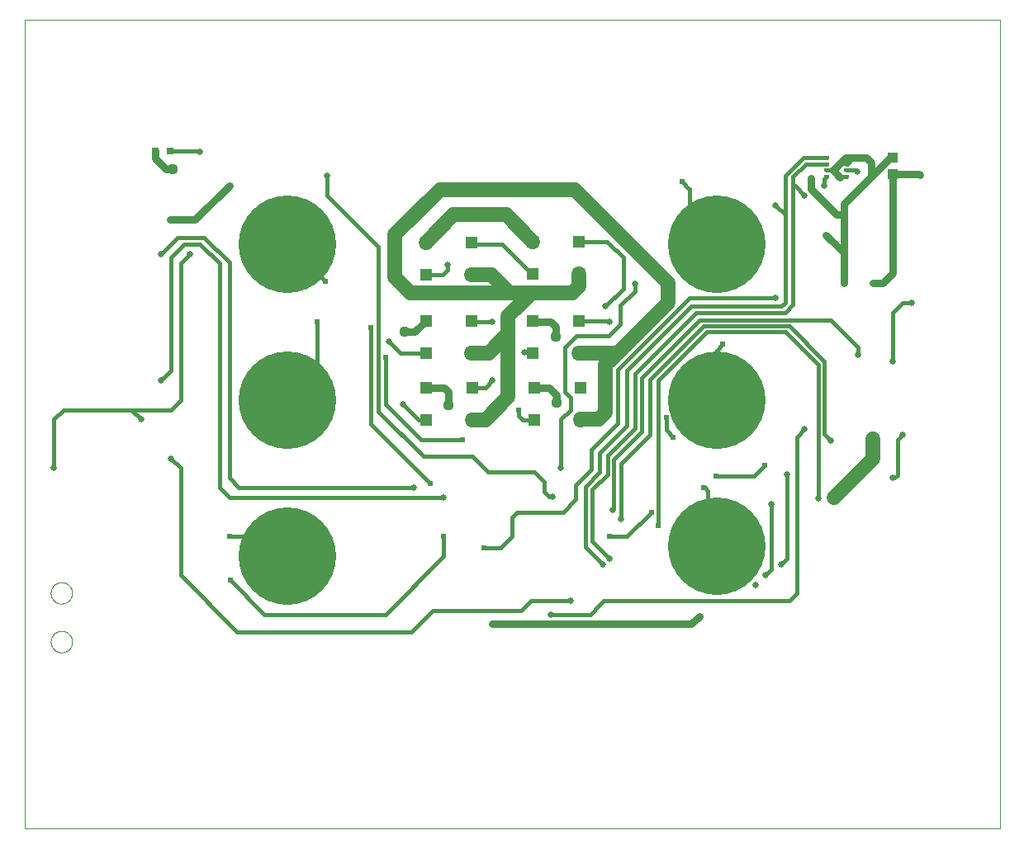
<source format=gtl>
G75*
%MOIN*%
%OFA0B0*%
%FSLAX25Y25*%
%IPPOS*%
%LPD*%
%AMOC8*
5,1,8,0,0,1.08239X$1,22.5*
%
%ADD10C,0.00000*%
%ADD11R,0.05118X0.04724*%
%ADD12R,0.03150X0.03150*%
%ADD13R,0.01969X0.01378*%
%ADD14R,0.03937X0.04331*%
%ADD15C,0.39370*%
%ADD16C,0.01575*%
%ADD17C,0.02578*%
%ADD18C,0.02953*%
%ADD19C,0.05906*%
%ADD20C,0.04429*%
%ADD21C,0.02400*%
%ADD22C,0.03169*%
D10*
X0009166Y0005337D02*
X0009166Y0332109D01*
X0402866Y0332109D01*
X0402866Y0005337D01*
X0009166Y0005337D01*
X0019795Y0080928D02*
X0019797Y0081059D01*
X0019803Y0081191D01*
X0019813Y0081322D01*
X0019827Y0081453D01*
X0019845Y0081583D01*
X0019867Y0081712D01*
X0019892Y0081841D01*
X0019922Y0081969D01*
X0019956Y0082096D01*
X0019993Y0082223D01*
X0020034Y0082347D01*
X0020079Y0082471D01*
X0020128Y0082593D01*
X0020180Y0082714D01*
X0020236Y0082832D01*
X0020296Y0082950D01*
X0020359Y0083065D01*
X0020426Y0083178D01*
X0020496Y0083290D01*
X0020569Y0083399D01*
X0020645Y0083505D01*
X0020725Y0083610D01*
X0020808Y0083712D01*
X0020894Y0083811D01*
X0020983Y0083908D01*
X0021075Y0084002D01*
X0021170Y0084093D01*
X0021267Y0084182D01*
X0021367Y0084267D01*
X0021470Y0084349D01*
X0021575Y0084428D01*
X0021682Y0084504D01*
X0021792Y0084576D01*
X0021904Y0084645D01*
X0022018Y0084711D01*
X0022133Y0084773D01*
X0022251Y0084832D01*
X0022370Y0084887D01*
X0022491Y0084939D01*
X0022614Y0084986D01*
X0022738Y0085030D01*
X0022863Y0085071D01*
X0022989Y0085107D01*
X0023117Y0085140D01*
X0023245Y0085168D01*
X0023374Y0085193D01*
X0023504Y0085214D01*
X0023634Y0085231D01*
X0023765Y0085244D01*
X0023896Y0085253D01*
X0024027Y0085258D01*
X0024159Y0085259D01*
X0024290Y0085256D01*
X0024422Y0085249D01*
X0024553Y0085238D01*
X0024683Y0085223D01*
X0024813Y0085204D01*
X0024943Y0085181D01*
X0025071Y0085155D01*
X0025199Y0085124D01*
X0025326Y0085089D01*
X0025452Y0085051D01*
X0025576Y0085009D01*
X0025700Y0084963D01*
X0025821Y0084913D01*
X0025941Y0084860D01*
X0026060Y0084803D01*
X0026177Y0084743D01*
X0026291Y0084679D01*
X0026404Y0084611D01*
X0026515Y0084540D01*
X0026624Y0084466D01*
X0026730Y0084389D01*
X0026834Y0084308D01*
X0026935Y0084225D01*
X0027034Y0084138D01*
X0027130Y0084048D01*
X0027223Y0083955D01*
X0027314Y0083860D01*
X0027401Y0083762D01*
X0027486Y0083661D01*
X0027567Y0083558D01*
X0027645Y0083452D01*
X0027720Y0083344D01*
X0027792Y0083234D01*
X0027860Y0083122D01*
X0027925Y0083008D01*
X0027986Y0082891D01*
X0028044Y0082773D01*
X0028098Y0082653D01*
X0028149Y0082532D01*
X0028196Y0082409D01*
X0028239Y0082285D01*
X0028278Y0082160D01*
X0028314Y0082033D01*
X0028345Y0081905D01*
X0028373Y0081777D01*
X0028397Y0081648D01*
X0028417Y0081518D01*
X0028433Y0081387D01*
X0028445Y0081256D01*
X0028453Y0081125D01*
X0028457Y0080994D01*
X0028457Y0080862D01*
X0028453Y0080731D01*
X0028445Y0080600D01*
X0028433Y0080469D01*
X0028417Y0080338D01*
X0028397Y0080208D01*
X0028373Y0080079D01*
X0028345Y0079951D01*
X0028314Y0079823D01*
X0028278Y0079696D01*
X0028239Y0079571D01*
X0028196Y0079447D01*
X0028149Y0079324D01*
X0028098Y0079203D01*
X0028044Y0079083D01*
X0027986Y0078965D01*
X0027925Y0078848D01*
X0027860Y0078734D01*
X0027792Y0078622D01*
X0027720Y0078512D01*
X0027645Y0078404D01*
X0027567Y0078298D01*
X0027486Y0078195D01*
X0027401Y0078094D01*
X0027314Y0077996D01*
X0027223Y0077901D01*
X0027130Y0077808D01*
X0027034Y0077718D01*
X0026935Y0077631D01*
X0026834Y0077548D01*
X0026730Y0077467D01*
X0026624Y0077390D01*
X0026515Y0077316D01*
X0026404Y0077245D01*
X0026292Y0077177D01*
X0026177Y0077113D01*
X0026060Y0077053D01*
X0025941Y0076996D01*
X0025821Y0076943D01*
X0025700Y0076893D01*
X0025576Y0076847D01*
X0025452Y0076805D01*
X0025326Y0076767D01*
X0025199Y0076732D01*
X0025071Y0076701D01*
X0024943Y0076675D01*
X0024813Y0076652D01*
X0024683Y0076633D01*
X0024553Y0076618D01*
X0024422Y0076607D01*
X0024290Y0076600D01*
X0024159Y0076597D01*
X0024027Y0076598D01*
X0023896Y0076603D01*
X0023765Y0076612D01*
X0023634Y0076625D01*
X0023504Y0076642D01*
X0023374Y0076663D01*
X0023245Y0076688D01*
X0023117Y0076716D01*
X0022989Y0076749D01*
X0022863Y0076785D01*
X0022738Y0076826D01*
X0022614Y0076870D01*
X0022491Y0076917D01*
X0022370Y0076969D01*
X0022251Y0077024D01*
X0022133Y0077083D01*
X0022018Y0077145D01*
X0021904Y0077211D01*
X0021792Y0077280D01*
X0021682Y0077352D01*
X0021575Y0077428D01*
X0021470Y0077507D01*
X0021367Y0077589D01*
X0021267Y0077674D01*
X0021170Y0077763D01*
X0021075Y0077854D01*
X0020983Y0077948D01*
X0020894Y0078045D01*
X0020808Y0078144D01*
X0020725Y0078246D01*
X0020645Y0078351D01*
X0020569Y0078457D01*
X0020496Y0078566D01*
X0020426Y0078678D01*
X0020359Y0078791D01*
X0020296Y0078906D01*
X0020236Y0079024D01*
X0020180Y0079142D01*
X0020128Y0079263D01*
X0020079Y0079385D01*
X0020034Y0079509D01*
X0019993Y0079633D01*
X0019956Y0079760D01*
X0019922Y0079887D01*
X0019892Y0080015D01*
X0019867Y0080144D01*
X0019845Y0080273D01*
X0019827Y0080403D01*
X0019813Y0080534D01*
X0019803Y0080665D01*
X0019797Y0080797D01*
X0019795Y0080928D01*
X0019795Y0100613D02*
X0019797Y0100744D01*
X0019803Y0100876D01*
X0019813Y0101007D01*
X0019827Y0101138D01*
X0019845Y0101268D01*
X0019867Y0101397D01*
X0019892Y0101526D01*
X0019922Y0101654D01*
X0019956Y0101781D01*
X0019993Y0101908D01*
X0020034Y0102032D01*
X0020079Y0102156D01*
X0020128Y0102278D01*
X0020180Y0102399D01*
X0020236Y0102517D01*
X0020296Y0102635D01*
X0020359Y0102750D01*
X0020426Y0102863D01*
X0020496Y0102975D01*
X0020569Y0103084D01*
X0020645Y0103190D01*
X0020725Y0103295D01*
X0020808Y0103397D01*
X0020894Y0103496D01*
X0020983Y0103593D01*
X0021075Y0103687D01*
X0021170Y0103778D01*
X0021267Y0103867D01*
X0021367Y0103952D01*
X0021470Y0104034D01*
X0021575Y0104113D01*
X0021682Y0104189D01*
X0021792Y0104261D01*
X0021904Y0104330D01*
X0022018Y0104396D01*
X0022133Y0104458D01*
X0022251Y0104517D01*
X0022370Y0104572D01*
X0022491Y0104624D01*
X0022614Y0104671D01*
X0022738Y0104715D01*
X0022863Y0104756D01*
X0022989Y0104792D01*
X0023117Y0104825D01*
X0023245Y0104853D01*
X0023374Y0104878D01*
X0023504Y0104899D01*
X0023634Y0104916D01*
X0023765Y0104929D01*
X0023896Y0104938D01*
X0024027Y0104943D01*
X0024159Y0104944D01*
X0024290Y0104941D01*
X0024422Y0104934D01*
X0024553Y0104923D01*
X0024683Y0104908D01*
X0024813Y0104889D01*
X0024943Y0104866D01*
X0025071Y0104840D01*
X0025199Y0104809D01*
X0025326Y0104774D01*
X0025452Y0104736D01*
X0025576Y0104694D01*
X0025700Y0104648D01*
X0025821Y0104598D01*
X0025941Y0104545D01*
X0026060Y0104488D01*
X0026177Y0104428D01*
X0026291Y0104364D01*
X0026404Y0104296D01*
X0026515Y0104225D01*
X0026624Y0104151D01*
X0026730Y0104074D01*
X0026834Y0103993D01*
X0026935Y0103910D01*
X0027034Y0103823D01*
X0027130Y0103733D01*
X0027223Y0103640D01*
X0027314Y0103545D01*
X0027401Y0103447D01*
X0027486Y0103346D01*
X0027567Y0103243D01*
X0027645Y0103137D01*
X0027720Y0103029D01*
X0027792Y0102919D01*
X0027860Y0102807D01*
X0027925Y0102693D01*
X0027986Y0102576D01*
X0028044Y0102458D01*
X0028098Y0102338D01*
X0028149Y0102217D01*
X0028196Y0102094D01*
X0028239Y0101970D01*
X0028278Y0101845D01*
X0028314Y0101718D01*
X0028345Y0101590D01*
X0028373Y0101462D01*
X0028397Y0101333D01*
X0028417Y0101203D01*
X0028433Y0101072D01*
X0028445Y0100941D01*
X0028453Y0100810D01*
X0028457Y0100679D01*
X0028457Y0100547D01*
X0028453Y0100416D01*
X0028445Y0100285D01*
X0028433Y0100154D01*
X0028417Y0100023D01*
X0028397Y0099893D01*
X0028373Y0099764D01*
X0028345Y0099636D01*
X0028314Y0099508D01*
X0028278Y0099381D01*
X0028239Y0099256D01*
X0028196Y0099132D01*
X0028149Y0099009D01*
X0028098Y0098888D01*
X0028044Y0098768D01*
X0027986Y0098650D01*
X0027925Y0098533D01*
X0027860Y0098419D01*
X0027792Y0098307D01*
X0027720Y0098197D01*
X0027645Y0098089D01*
X0027567Y0097983D01*
X0027486Y0097880D01*
X0027401Y0097779D01*
X0027314Y0097681D01*
X0027223Y0097586D01*
X0027130Y0097493D01*
X0027034Y0097403D01*
X0026935Y0097316D01*
X0026834Y0097233D01*
X0026730Y0097152D01*
X0026624Y0097075D01*
X0026515Y0097001D01*
X0026404Y0096930D01*
X0026292Y0096862D01*
X0026177Y0096798D01*
X0026060Y0096738D01*
X0025941Y0096681D01*
X0025821Y0096628D01*
X0025700Y0096578D01*
X0025576Y0096532D01*
X0025452Y0096490D01*
X0025326Y0096452D01*
X0025199Y0096417D01*
X0025071Y0096386D01*
X0024943Y0096360D01*
X0024813Y0096337D01*
X0024683Y0096318D01*
X0024553Y0096303D01*
X0024422Y0096292D01*
X0024290Y0096285D01*
X0024159Y0096282D01*
X0024027Y0096283D01*
X0023896Y0096288D01*
X0023765Y0096297D01*
X0023634Y0096310D01*
X0023504Y0096327D01*
X0023374Y0096348D01*
X0023245Y0096373D01*
X0023117Y0096401D01*
X0022989Y0096434D01*
X0022863Y0096470D01*
X0022738Y0096511D01*
X0022614Y0096555D01*
X0022491Y0096602D01*
X0022370Y0096654D01*
X0022251Y0096709D01*
X0022133Y0096768D01*
X0022018Y0096830D01*
X0021904Y0096896D01*
X0021792Y0096965D01*
X0021682Y0097037D01*
X0021575Y0097113D01*
X0021470Y0097192D01*
X0021367Y0097274D01*
X0021267Y0097359D01*
X0021170Y0097448D01*
X0021075Y0097539D01*
X0020983Y0097633D01*
X0020894Y0097730D01*
X0020808Y0097829D01*
X0020725Y0097931D01*
X0020645Y0098036D01*
X0020569Y0098142D01*
X0020496Y0098251D01*
X0020426Y0098363D01*
X0020359Y0098476D01*
X0020296Y0098591D01*
X0020236Y0098709D01*
X0020180Y0098827D01*
X0020128Y0098948D01*
X0020079Y0099070D01*
X0020034Y0099194D01*
X0019993Y0099318D01*
X0019956Y0099445D01*
X0019922Y0099572D01*
X0019892Y0099700D01*
X0019867Y0099829D01*
X0019845Y0099958D01*
X0019827Y0100088D01*
X0019813Y0100219D01*
X0019803Y0100350D01*
X0019797Y0100482D01*
X0019795Y0100613D01*
D11*
X0171370Y0170613D03*
X0171370Y0183605D03*
X0171174Y0197660D03*
X0171174Y0210652D03*
X0189678Y0210652D03*
X0189678Y0197660D03*
X0189874Y0183605D03*
X0189874Y0170613D03*
X0215111Y0170613D03*
X0215111Y0183605D03*
X0214481Y0197660D03*
X0214481Y0210652D03*
X0232985Y0210652D03*
X0232985Y0197660D03*
X0233615Y0183605D03*
X0233615Y0170613D03*
X0232985Y0229550D03*
X0232985Y0242542D03*
X0214481Y0242542D03*
X0214481Y0229550D03*
X0189678Y0229156D03*
X0189678Y0242148D03*
X0171174Y0242148D03*
X0171174Y0229156D03*
D12*
X0067959Y0279093D03*
X0062053Y0279093D03*
D13*
X0332979Y0276471D03*
X0332979Y0273912D03*
X0332979Y0271353D03*
X0332979Y0268794D03*
X0341050Y0268794D03*
X0341050Y0271353D03*
X0341050Y0273912D03*
X0341050Y0276471D03*
D14*
X0359559Y0276400D03*
X0359559Y0269707D03*
D15*
X0288693Y0241557D03*
X0288693Y0178565D03*
X0288693Y0119510D03*
X0115465Y0115573D03*
X0115465Y0178565D03*
X0115465Y0241557D03*
D16*
X0130657Y0226365D01*
X0127276Y0210061D02*
X0127276Y0178565D01*
X0115465Y0178565D01*
X0148929Y0168723D02*
X0148929Y0207699D01*
X0156410Y0202187D02*
X0160937Y0197660D01*
X0171174Y0197660D01*
X0154835Y0195888D02*
X0154835Y0176991D01*
X0169402Y0162424D01*
X0185937Y0162424D01*
X0189874Y0155731D02*
X0170189Y0155731D01*
X0152079Y0173841D01*
X0152079Y0240376D01*
X0131213Y0261243D01*
X0131213Y0265180D01*
X0131213Y0269117D01*
X0091843Y0234077D02*
X0081607Y0244313D01*
X0070977Y0244313D01*
X0070977Y0244313D01*
X0064284Y0237620D01*
X0068221Y0236046D02*
X0068221Y0190376D01*
X0064284Y0186439D01*
X0072158Y0178565D02*
X0068221Y0174628D01*
X0052473Y0174628D01*
X0024914Y0174628D01*
X0020977Y0170691D01*
X0020977Y0151006D01*
X0052473Y0174628D02*
X0056410Y0170691D01*
X0072158Y0178565D02*
X0072158Y0233683D01*
X0076095Y0237620D01*
X0073733Y0241557D02*
X0069008Y0236833D01*
X0068221Y0236046D01*
X0073733Y0241557D02*
X0080032Y0241557D01*
X0087906Y0233683D01*
X0087906Y0143132D01*
X0091843Y0139195D01*
X0178457Y0139195D01*
X0172945Y0144707D02*
X0148929Y0168723D01*
X0161922Y0176991D02*
X0168300Y0170613D01*
X0171370Y0170613D01*
X0189874Y0183605D02*
X0195307Y0183605D01*
X0198142Y0186439D01*
X0208772Y0174628D02*
X0208772Y0172266D01*
X0210426Y0170613D01*
X0215111Y0170613D01*
X0225701Y0170691D02*
X0229638Y0174628D01*
X0229638Y0179353D01*
X0227276Y0181715D01*
X0227276Y0199825D01*
X0232000Y0204550D01*
X0244992Y0204550D01*
X0249717Y0209274D01*
X0249717Y0216754D01*
X0255622Y0222660D01*
X0255622Y0225416D01*
X0250898Y0223447D02*
X0250898Y0236046D01*
X0244402Y0242542D01*
X0232985Y0242542D01*
X0214481Y0229550D02*
X0214087Y0229550D01*
X0202079Y0241557D01*
X0190268Y0241557D01*
X0189678Y0242148D01*
X0180032Y0233290D02*
X0180032Y0231321D01*
X0177866Y0229156D01*
X0171174Y0229156D01*
X0189678Y0210652D02*
X0190268Y0210061D01*
X0198142Y0210061D01*
X0211134Y0197857D02*
X0214284Y0197857D01*
X0214481Y0197660D01*
X0232985Y0210652D02*
X0244796Y0210652D01*
X0245386Y0210061D01*
X0243811Y0216361D02*
X0250898Y0223447D01*
X0277670Y0219904D02*
X0248536Y0190770D01*
X0248536Y0169117D01*
X0237906Y0158487D01*
X0237906Y0150613D01*
X0231607Y0144313D01*
X0231607Y0138408D01*
X0226489Y0133290D01*
X0207985Y0133290D01*
X0206016Y0131321D01*
X0206016Y0123447D01*
X0201292Y0118723D01*
X0194599Y0118723D01*
X0178457Y0115573D02*
X0178457Y0123447D01*
X0178457Y0115573D02*
X0154835Y0091951D01*
X0106016Y0091951D01*
X0092237Y0105731D01*
X0072158Y0107699D02*
X0072158Y0151006D01*
X0068221Y0154943D01*
X0091843Y0147069D02*
X0095780Y0143132D01*
X0166252Y0143132D01*
X0189874Y0155731D02*
X0196174Y0149431D01*
X0215071Y0149431D01*
X0219008Y0145494D01*
X0219008Y0141557D01*
X0220977Y0139589D01*
X0222158Y0139589D01*
X0235544Y0143526D02*
X0241449Y0149431D01*
X0241449Y0157306D01*
X0252473Y0168329D01*
X0252473Y0190376D01*
X0278457Y0216361D01*
X0314678Y0216361D01*
X0316252Y0217935D01*
X0316252Y0253369D01*
X0312315Y0257306D01*
X0316252Y0253369D02*
X0316252Y0269117D01*
X0323607Y0276471D01*
X0332979Y0276471D01*
X0332979Y0273912D02*
X0324591Y0273912D01*
X0319402Y0268723D01*
X0319402Y0265180D01*
X0319402Y0217148D01*
X0316252Y0213998D01*
X0280426Y0213998D01*
X0255622Y0189195D01*
X0255622Y0167148D01*
X0244599Y0156124D01*
X0244599Y0148644D01*
X0238300Y0142345D01*
X0238300Y0121479D01*
X0245386Y0114392D01*
X0242630Y0112030D02*
X0235544Y0119117D01*
X0235544Y0143526D01*
X0225701Y0151006D02*
X0225701Y0170691D01*
X0246961Y0154550D02*
X0258181Y0165770D01*
X0258181Y0166754D01*
X0258181Y0165770D01*
X0258181Y0166754D02*
X0258181Y0187424D01*
X0281607Y0210849D01*
X0334756Y0210849D01*
X0342630Y0202975D01*
X0343615Y0201991D01*
X0343615Y0201991D01*
X0345780Y0199825D01*
X0345780Y0196676D01*
X0332000Y0194313D02*
X0332000Y0164786D01*
X0332985Y0163802D01*
X0334756Y0162030D01*
X0324126Y0166754D02*
X0320977Y0163605D01*
X0320977Y0100613D01*
X0320189Y0099825D01*
X0318221Y0097857D01*
X0317827Y0097463D01*
X0243024Y0097463D01*
X0241449Y0095888D01*
X0237512Y0091951D01*
X0221764Y0091951D01*
X0229638Y0097463D02*
X0213496Y0097463D01*
X0209559Y0093526D01*
X0174126Y0093526D01*
X0165465Y0084865D01*
X0094992Y0084865D01*
X0072158Y0107699D01*
X0091843Y0123447D02*
X0107591Y0123447D01*
X0115465Y0115573D01*
X0091843Y0147069D02*
X0091843Y0234077D01*
X0080032Y0278959D02*
X0079898Y0279093D01*
X0067959Y0279093D01*
X0246961Y0154550D02*
X0246961Y0134471D01*
X0246567Y0134077D01*
X0250111Y0134471D02*
X0250111Y0130534D01*
X0250111Y0134471D02*
X0250111Y0152975D01*
X0261528Y0164392D01*
X0261528Y0186833D01*
X0283181Y0208487D01*
X0317827Y0208487D01*
X0332000Y0194313D01*
X0329638Y0192739D02*
X0316252Y0206124D01*
X0284756Y0206124D01*
X0265071Y0186439D01*
X0265071Y0127778D01*
X0262315Y0133290D02*
X0252473Y0123447D01*
X0245386Y0123447D01*
X0243024Y0097463D02*
X0241449Y0095888D01*
X0285150Y0123054D02*
X0285150Y0141951D01*
X0283969Y0143132D01*
X0283181Y0143132D01*
X0288300Y0147857D02*
X0303654Y0147857D01*
X0307985Y0152187D01*
X0317040Y0148644D02*
X0317040Y0114392D01*
X0314678Y0112030D01*
X0310741Y0110061D02*
X0308378Y0107699D01*
X0310741Y0110061D02*
X0310741Y0136439D01*
X0329638Y0138802D02*
X0329638Y0192739D01*
X0359559Y0194313D02*
X0359559Y0213998D01*
X0363496Y0217935D01*
X0367433Y0217935D01*
X0312315Y0219904D02*
X0277670Y0219904D01*
X0291055Y0201006D02*
X0288693Y0198644D01*
X0288693Y0178565D01*
X0268221Y0171479D02*
X0268221Y0166361D01*
X0270977Y0163605D01*
X0285150Y0123054D02*
X0288693Y0119510D01*
X0320189Y0099825D02*
X0320977Y0100613D01*
X0359559Y0147069D02*
X0360347Y0147069D01*
X0361528Y0148250D01*
X0361528Y0162424D01*
X0363496Y0164392D01*
X0288693Y0241557D02*
X0277670Y0252581D01*
X0277670Y0263998D01*
X0277276Y0263998D01*
X0274520Y0266754D01*
X0319402Y0265180D02*
X0320189Y0265180D01*
X0324126Y0261243D01*
X0332000Y0265180D02*
X0332000Y0267815D01*
X0332979Y0268794D01*
X0332979Y0271353D02*
X0335670Y0271353D01*
X0338435Y0268587D02*
X0338641Y0268794D01*
X0341050Y0268794D01*
X0341050Y0271353D02*
X0344725Y0271353D01*
X0345386Y0270691D01*
X0341252Y0273912D02*
X0343811Y0276471D01*
X0341252Y0273912D02*
X0341050Y0273912D01*
D17*
X0345386Y0270691D03*
X0332000Y0265180D03*
X0326489Y0268329D03*
X0324126Y0261243D03*
X0312315Y0257306D03*
X0332788Y0245101D03*
X0339874Y0225809D03*
X0351685Y0225809D03*
X0367433Y0217935D03*
X0345780Y0196676D03*
X0359559Y0194313D03*
X0363496Y0164392D03*
X0359559Y0147069D03*
X0334756Y0162030D03*
X0324126Y0166754D03*
X0317040Y0148644D03*
X0329638Y0138802D03*
X0310741Y0136439D03*
X0314678Y0112030D03*
X0308378Y0107699D03*
X0304441Y0103762D03*
X0281607Y0091164D03*
X0245386Y0114392D03*
X0242630Y0112030D03*
X0229638Y0097463D03*
X0221764Y0091951D03*
X0198142Y0088014D03*
X0250111Y0130534D03*
X0246567Y0134077D03*
X0225701Y0151006D03*
X0222158Y0139589D03*
X0178457Y0139195D03*
X0166252Y0143132D03*
X0161922Y0176991D03*
X0156410Y0202187D03*
X0198142Y0210061D03*
X0211134Y0197857D03*
X0198142Y0186439D03*
X0243811Y0216361D03*
X0245386Y0210061D03*
X0255622Y0225416D03*
X0312315Y0219904D03*
X0370583Y0269510D03*
X0180032Y0233290D03*
X0131213Y0269117D03*
X0091843Y0265180D03*
X0080032Y0278959D03*
X0067827Y0251400D03*
X0064284Y0237620D03*
X0076095Y0237620D03*
X0064284Y0186439D03*
X0056410Y0170691D03*
X0068221Y0154943D03*
X0020977Y0151006D03*
D18*
X0067827Y0251400D02*
X0078063Y0251400D01*
X0091843Y0265180D01*
X0069008Y0271872D02*
X0066252Y0271872D01*
X0062053Y0276071D01*
X0062053Y0279093D01*
X0162709Y0206124D02*
X0166646Y0206124D01*
X0171174Y0210652D01*
X0171370Y0183605D02*
X0178536Y0183605D01*
X0180426Y0181715D01*
X0180426Y0176597D01*
X0215111Y0183605D02*
X0221055Y0183605D01*
X0224126Y0180534D01*
X0224126Y0177384D01*
X0223733Y0204156D02*
X0223733Y0208093D01*
X0221764Y0210061D01*
X0215071Y0210061D01*
X0214481Y0210652D01*
X0326489Y0263998D02*
X0337118Y0253369D01*
X0339874Y0253369D01*
X0339874Y0237620D01*
X0339874Y0238014D01*
X0332788Y0245101D01*
X0339874Y0237620D02*
X0339874Y0225809D01*
X0351685Y0225809D02*
X0355622Y0225809D01*
X0359559Y0229746D01*
X0359559Y0269707D01*
X0370386Y0269707D01*
X0370583Y0269510D01*
X0359559Y0276400D02*
X0358575Y0276400D01*
X0350898Y0268723D01*
X0341646Y0259471D01*
X0339874Y0257699D01*
X0339874Y0253369D01*
X0326489Y0263998D02*
X0326489Y0268329D01*
X0335670Y0271353D02*
X0340788Y0276471D01*
X0341050Y0276471D01*
X0343811Y0276471D01*
X0345386Y0276471D01*
X0349055Y0276471D01*
X0350111Y0275416D01*
X0350898Y0274628D01*
X0350898Y0268723D01*
X0338435Y0268587D02*
X0335670Y0271353D01*
X0281607Y0091164D02*
X0278457Y0088014D01*
X0198142Y0088014D01*
D19*
X0195307Y0170613D02*
X0189874Y0170613D01*
X0195307Y0170613D02*
X0204441Y0179746D01*
X0204441Y0205337D01*
X0196764Y0197660D01*
X0189678Y0197660D01*
X0204441Y0205337D02*
X0204441Y0212424D01*
X0213890Y0221872D01*
X0230426Y0221872D01*
X0232985Y0224431D01*
X0232985Y0229550D01*
X0213890Y0221872D02*
X0204835Y0221872D01*
X0197552Y0229156D01*
X0189678Y0229156D01*
X0204835Y0221872D02*
X0165071Y0221872D01*
X0158772Y0228172D01*
X0158772Y0245494D01*
X0176882Y0263605D01*
X0194205Y0263605D01*
X0231213Y0263605D01*
X0269008Y0225809D01*
X0269008Y0217935D01*
X0248733Y0197660D01*
X0232985Y0197660D01*
X0243811Y0192739D02*
X0248733Y0197660D01*
X0243811Y0192739D02*
X0243811Y0173447D01*
X0241055Y0170691D01*
X0233693Y0170691D01*
X0233615Y0170613D01*
X0214481Y0242542D02*
X0203654Y0253369D01*
X0198142Y0253369D01*
X0182394Y0253369D01*
X0171174Y0242148D01*
X0335937Y0139195D02*
X0351685Y0154943D01*
X0351685Y0162817D01*
D20*
X0224126Y0177384D03*
X0223733Y0204156D03*
X0180426Y0176597D03*
X0162709Y0206124D03*
X0198142Y0253369D03*
X0194205Y0263605D03*
X0069008Y0271872D03*
D21*
X0130657Y0226365D03*
X0127276Y0210061D03*
X0148929Y0207699D03*
X0154835Y0195888D03*
X0185937Y0162424D03*
X0172945Y0144707D03*
X0178457Y0123447D03*
X0194599Y0118723D03*
X0245386Y0123447D03*
X0262315Y0133290D03*
X0265071Y0127778D03*
X0283181Y0143132D03*
X0288300Y0147857D03*
X0270977Y0163605D03*
X0268221Y0171479D03*
X0291055Y0201006D03*
X0307985Y0152187D03*
X0208772Y0174628D03*
X0274520Y0266754D03*
X0091843Y0123447D03*
X0092237Y0105731D03*
D22*
X0335937Y0139195D03*
X0351685Y0162817D03*
M02*

</source>
